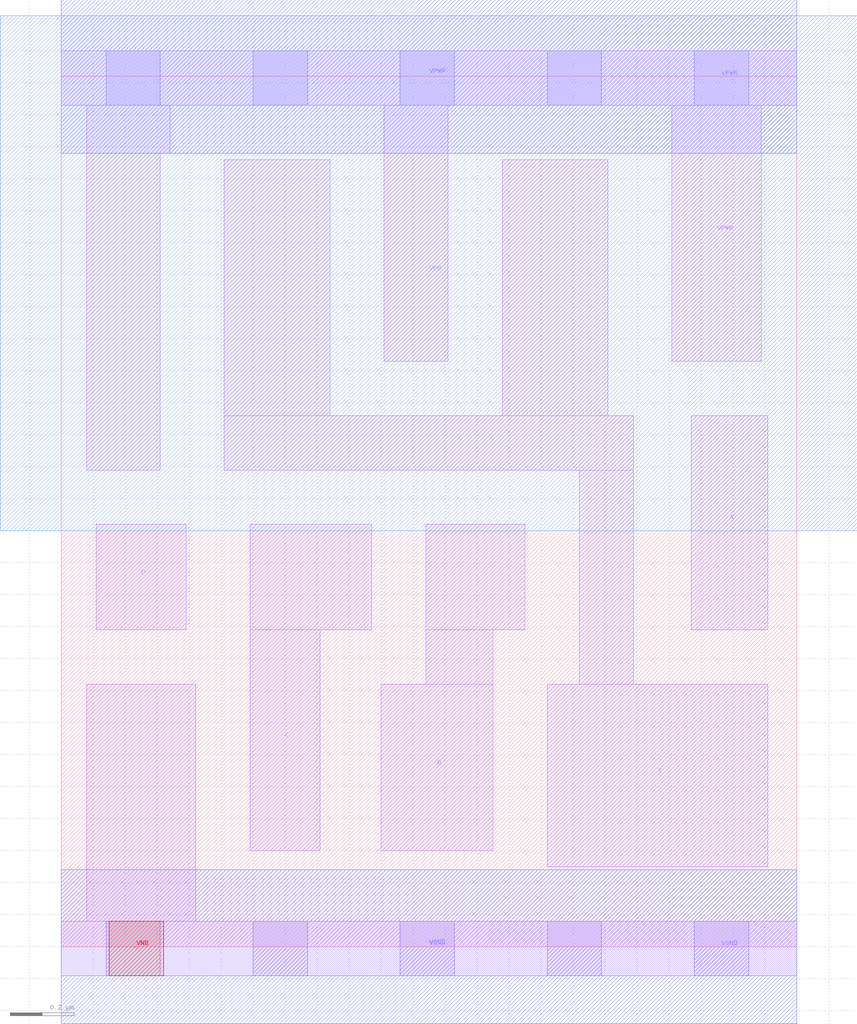
<source format=lef>
VERSION 5.7 ;
  NOWIREEXTENSIONATPIN ON ;
  DIVIDERCHAR "/" ;
  BUSBITCHARS "[]" ;
MACRO sky130_vsdnand4_1x
  CLASS CORE ;
  FOREIGN sky130_vsdnand4_1x ;
  ORIGIN 0.000 0.000 ;
  SIZE 2.300 BY 2.720 ;
  SYMMETRY X Y R90 ;
  SITE unithd ;
  PIN A
    DIRECTION INPUT ;
    USE SIGNAL ;
    ANTENNAGATEAREA 0.247500 ;
    PORT
      LAYER li1 ;
        RECT 1.970 0.990 2.210 1.660 ;
    END
  END A
  PIN B
    DIRECTION INPUT ;
    USE SIGNAL ;
    ANTENNAGATEAREA 0.247500 ;
    PORT
      LAYER li1 ;
        RECT 1.140 0.990 1.450 1.320 ;
        RECT 1.140 0.820 1.350 0.990 ;
        RECT 1.000 0.300 1.350 0.820 ;
    END
  END B
  PIN C
    DIRECTION INPUT ;
    USE SIGNAL ;
    ANTENNAGATEAREA 0.247500 ;
    PORT
      LAYER li1 ;
        RECT 0.590 0.990 0.970 1.320 ;
        RECT 0.590 0.300 0.810 0.990 ;
    END
  END C
  PIN D
    DIRECTION INPUT ;
    USE SIGNAL ;
    ANTENNAGATEAREA 0.247500 ;
    PORT
      LAYER li1 ;
        RECT 0.110 0.990 0.390 1.320 ;
    END
  END D
  PIN VGND
    DIRECTION INOUT ;
    USE GROUND ;
    SHAPE ABUTMENT ;
    PORT
      LAYER li1 ;
        RECT 0.080 0.080 0.420 0.820 ;
        RECT 0.000 -0.090 2.300 0.080 ;
      LAYER mcon ;
        RECT 0.140 -0.090 0.310 0.080 ;
        RECT 0.600 -0.090 0.770 0.080 ;
        RECT 1.060 -0.090 1.230 0.080 ;
        RECT 1.520 -0.090 1.690 0.080 ;
        RECT 1.980 -0.090 2.150 0.080 ;
      LAYER met1 ;
        RECT 0.000 -0.240 2.300 0.240 ;
    END
  END VGND
  PIN VNB
    DIRECTION INOUT ;
    USE GROUND ;
    PORT
      LAYER pwell ;
        RECT 0.150 -0.090 0.320 0.080 ;
    END
  END VNB
  PIN VPB
    DIRECTION INOUT ;
    USE POWER ;
    PORT
      LAYER nwell ;
        RECT -0.190 1.300 2.490 2.910 ;
    END
  END VPB
  PIN VPWR
    DIRECTION INOUT ;
    USE POWER ;
    SHAPE ABUTMENT ;
    PORT
      LAYER li1 ;
        RECT 0.000 2.630 2.300 2.800 ;
        RECT 0.080 2.480 0.340 2.630 ;
        RECT 0.080 1.490 0.310 2.480 ;
        RECT 1.010 1.830 1.210 2.630 ;
        RECT 1.910 1.830 2.190 2.630 ;
      LAYER mcon ;
        RECT 0.140 2.630 0.310 2.800 ;
        RECT 0.600 2.630 0.770 2.800 ;
        RECT 1.060 2.630 1.230 2.800 ;
        RECT 1.520 2.630 1.690 2.800 ;
        RECT 1.980 2.630 2.150 2.800 ;
      LAYER met1 ;
        RECT 0.000 2.480 2.300 2.960 ;
    END
  END VPWR
  PIN Y
    DIRECTION OUTPUT ;
    USE SIGNAL ;
    ANTENNADIFFAREA 0.795000 ;
    PORT
      LAYER li1 ;
        RECT 0.510 1.660 0.840 2.460 ;
        RECT 1.380 1.660 1.710 2.460 ;
        RECT 0.510 1.490 1.790 1.660 ;
        RECT 1.620 0.820 1.790 1.490 ;
        RECT 1.520 0.250 2.210 0.820 ;
    END
  END Y
END sky130_vsdnand4_1x
END LIBRARY


</source>
